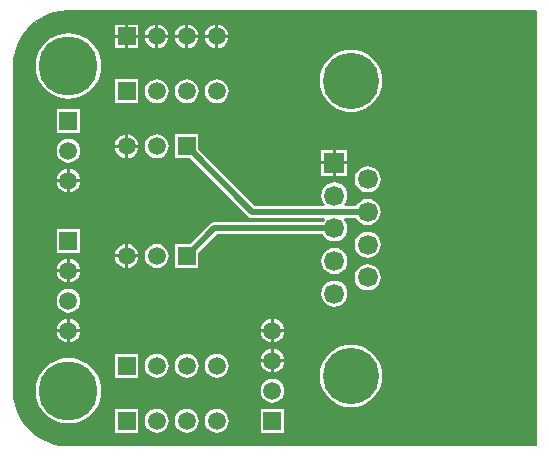
<source format=gbl>
%FSDAX24Y24*%
%MOIN*%
%SFA1B1*%

%IPPOS*%
%ADD15C,0.020000*%
%ADD16C,0.187400*%
%ADD17R,0.066500X0.066500*%
%ADD18C,0.066500*%
%ADD19C,0.059100*%
%ADD20R,0.059100X0.059100*%
%ADD21R,0.059100X0.059100*%
%ADD22C,0.196900*%
%ADD24C,0.010000*%
%ADD26C,0.005000*%
%ADD39C,0.040000*%
%ADD40C,0.080000*%
%LNdistro_layout_b-1*%
%LPD*%
G54D26*
X-000001Y012649D02*
X015570D01*
Y-001822*
X-000001*
X-000007Y-001822*
X-000237Y-001808*
X-000472Y-001761*
X-000698Y-001684*
X-000911Y-001579*
X-001110Y-001447*
X-001289Y-001289*
X-001447Y-001110*
X-001579Y-000911*
X-001684Y-000698*
X-001761Y-000472*
X-001808Y-000237*
X-001822Y-000007*
X-001822Y-000001*
Y010828*
X-001822Y010834*
X-001808Y011064*
X-001761Y011298*
X-001684Y011524*
X-001579Y011738*
X-001447Y011936*
X-001289Y012116*
X-001110Y012274*
X-000911Y012406*
X-000698Y012511*
X-000472Y012588*
X-000237Y012635*
X-000007Y012649*
X-000001Y012649*
G54D24*
X-000005Y012599D02*
X015520D01*
Y-001772*
X-000005*
X-000009Y-001772*
X-000231Y-001758*
X-000459Y-001713*
X-000679Y-001638*
X-000886Y-001535*
X-001080Y-001407*
X-001253Y-001253*
X-001407Y-001080*
X-001535Y-000886*
X-001638Y-000679*
X-001713Y-000459*
X-001758Y-000231*
X-001772Y-000009*
X-001772Y-000005*
Y010832*
X-001772Y010836*
X-001758Y011058*
X-001713Y011285*
X-001638Y011505*
X-001535Y011713*
X-001407Y011906*
X-001253Y012080*
X-001080Y012234*
X-000886Y012362*
X-000679Y012465*
X-000459Y012540*
X-000231Y012585*
X-000009Y012599*
X-000005Y012599*
G54D15*
X-000012Y012499D02*
X015420D01*
Y-001672*
X-000012*
X-000013Y-001672*
X-000218Y-001659*
X-000433Y-001616*
X-000640Y-001546*
X-000836Y-001449*
X-001019Y-001327*
X-001183Y-001183*
X-001327Y-001019*
X-001449Y-000836*
X-001546Y-000640*
X-001616Y-000433*
X-001659Y-000218*
X-001672Y-000013*
X-001672Y-000012*
Y010839*
X-001672Y010840*
X-001659Y011045*
X-001616Y011259*
X-001545Y011466*
X-001449Y011663*
X-001327Y011845*
X-001182Y012010*
X-001019Y012154*
X-000836Y012276*
X-000640Y012373*
X-000433Y012443*
X-000218Y012486*
X-000013Y012499*
X-000012Y012499*
G54D39*
X-000025Y012299D02*
X015220D01*
Y-001472*
X-000025*
X-000020Y-001471*
X-000192Y-001460*
X-000381Y-001422*
X-000563Y-001360*
X-000736Y-001275*
X-000897Y-001168*
X-001041Y-001041*
X-001168Y-000897*
X-001275Y-000736*
X-001360Y-000563*
X-001422Y-000381*
X-001460Y-000192*
X-001471Y-000020*
X-001472Y-000025*
Y010852*
X-001471Y010847*
X-001460Y011019*
X-001423Y011207*
X-001360Y011390*
X-001275Y011563*
X-001168Y011723*
X-001040Y011868*
X-000897Y011995*
X-000736Y012102*
X-000563Y012187*
X-000381Y012249*
X-000192Y012287*
X-000020Y012298*
X-000025Y012299*
G54D40*
X005860Y011899D02*
X014820D01*
Y-001071*
X005860*
X003988Y-001327*
X-000140Y-001062*
X-000278Y-001035*
X-000409Y-000990*
X-000536Y-000928*
X-000652Y-000850*
X-000757Y-000757*
X-000850Y-000652*
X-000928Y-000536*
X-000990Y-000409*
X-001035Y-000278*
X-001062Y-000140*
X-001327Y003988*
X-001072Y005860*
Y004966*
X-001327Y006837*
X-001062Y010967*
X-001035Y011103*
X-000990Y011236*
X-000928Y011363*
X-000850Y011479*
X-000757Y011585*
X-000652Y011677*
X-000536Y011755*
X-000409Y011817*
X-000278Y011862*
X-000140Y011889*
X003988Y012154*
X005860Y011899*
X-000520Y-000920D02*
X014820D01*
X-000920Y-000120D02*
X014820D01*
X-000920Y000680D02*
X014820D01*
X-001120Y001480D02*
X014820D01*
X-001120Y002280D02*
X014820D01*
X-001120Y003080D02*
X014820D01*
X-001120Y003880D02*
X014820D01*
X-001120Y004680D02*
X014820D01*
X-001120Y005480D02*
X014820D01*
X-001120Y006280D02*
X014820D01*
X-001120Y007080D02*
X014820D01*
X-001120Y007880D02*
X014820D01*
X-001120Y008680D02*
X014820D01*
X-001120Y009480D02*
X014820D01*
X-000920Y010280D02*
X014820D01*
X-000920Y011080D02*
X014820D01*
X-000120Y011880D02*
X014820D01*
%LNdistro_layout_b-2*%
%LPC*%
G36*
X008859Y003669D02*
X008746Y003654D01*
X008641Y003610*
X008550Y003541*
X008481Y003450*
X008437Y003345*
X008422Y003232*
X008437Y003119*
X008481Y003014*
X008550Y002924*
X008641Y002854*
X008746Y002811*
X008859Y002796*
X008972Y002811*
X009077Y002854*
X009167Y002924*
X009237Y003014*
X009280Y003119*
X009295Y003232*
X009280Y003345*
X009237Y003450*
X009167Y003541*
X009077Y003610*
X008972Y003654*
X008859Y003669*
G37*
G36*
X000000Y003399D02*
X-000103Y003385D01*
X-000199Y003345*
X-000282Y003282*
X-000345Y003199*
X-000385Y003103*
X-000399Y003000*
X-000385Y002897*
X-000345Y002801*
X-000282Y002718*
X-000199Y002655*
X-000103Y002615*
X000000Y002601*
X000103Y002615*
X000199Y002655*
X000282Y002718*
X000345Y002801*
X000385Y002897*
X000399Y003000*
X000385Y003103*
X000345Y003199*
X000282Y003282*
X000199Y003345*
X000103Y003385*
X000000Y003399*
G37*
G36*
X-000050Y003950D02*
X-000392D01*
X-000385Y003897*
X-000345Y003801*
X-000282Y003718*
X-000199Y003655*
X-000103Y003615*
X-000050Y003608*
Y003950*
G37*
G36*
X009977Y004214D02*
X009864Y004199D01*
X009759Y004155*
X009668Y004086*
X009599Y003996*
X009555Y003891*
X009540Y003778*
X009555Y003665*
X009599Y003559*
X009668Y003469*
X009759Y003400*
X009864Y003356*
X009977Y003341*
X010090Y003356*
X010195Y003400*
X010285Y003469*
X010355Y003559*
X010398Y003665*
X010413Y003778*
X010398Y003891*
X010355Y003996*
X010285Y004086*
X010195Y004155*
X010090Y004199*
X009977Y004214*
G37*
G36*
X006850Y002392D02*
Y002050D01*
X007192*
X007185Y002103*
X007145Y002199*
X007082Y002282*
X006999Y002345*
X006903Y002385*
X006850Y002392*
G37*
G36*
X006750D02*
X006697Y002385D01*
X006601Y002345*
X006518Y002282*
X006455Y002199*
X006415Y002103*
X006408Y002050*
X006750*
Y002392*
G37*
G36*
X007192Y001950D02*
X006850D01*
Y001608*
X006903Y001615*
X006999Y001655*
X007082Y001718*
X007145Y001801*
X007185Y001897*
X007192Y001950*
G37*
G36*
X000050Y002392D02*
Y002050D01*
X000392*
X000385Y002103*
X000345Y002199*
X000282Y002282*
X000199Y002345*
X000103Y002385*
X000050Y002392*
G37*
G36*
X-000050D02*
X-000103Y002385D01*
X-000199Y002345*
X-000282Y002282*
X-000345Y002199*
X-000385Y002103*
X-000392Y002050*
X-000050*
Y002392*
G37*
G36*
X000392Y003950D02*
X000050D01*
Y003608*
X000103Y003615*
X000199Y003655*
X000282Y003718*
X000345Y003801*
X000385Y003897*
X000392Y003950*
G37*
G36*
X009977Y005305D02*
X009864Y005290D01*
X009759Y005246*
X009668Y005177*
X009599Y005086*
X009555Y004981*
X009540Y004868*
X009555Y004755*
X009599Y004650*
X009668Y004560*
X009759Y004490*
X009864Y004447*
X009977Y004432*
X010090Y004447*
X010195Y004490*
X010285Y004560*
X010355Y004650*
X010398Y004755*
X010413Y004868*
X010398Y004981*
X010355Y005086*
X010285Y005177*
X010195Y005246*
X010090Y005290*
X009977Y005305*
G37*
G36*
X002329Y004440D02*
X001987D01*
Y004098*
X002040Y004105*
X002136Y004145*
X002219Y004209*
X002282Y004291*
X002322Y004387*
X002329Y004440*
G37*
G36*
X001987Y004883D02*
Y004540D01*
X002329*
X002322Y004594*
X002282Y004690*
X002219Y004772*
X002136Y004836*
X002040Y004876*
X001987Y004883*
G37*
G36*
X001887D02*
X001834Y004876D01*
X001738Y004836*
X001655Y004772*
X001592Y004690*
X001552Y004594*
X001545Y004540*
X001887*
Y004883*
G37*
G36*
Y004440D02*
X001545D01*
X001552Y004387*
X001592Y004291*
X001655Y004209*
X001738Y004145*
X001834Y004105*
X001887Y004098*
Y004440*
G37*
G36*
X-000050Y004392D02*
X-000103Y004385D01*
X-000199Y004345*
X-000282Y004282*
X-000345Y004199*
X-000385Y004103*
X-000392Y004050*
X-000050*
Y004392*
G37*
G36*
X008859Y004759D02*
X008746Y004744D01*
X008641Y004701*
X008550Y004631*
X008481Y004541*
X008437Y004436*
X008422Y004323*
X008437Y004210*
X008481Y004105*
X008550Y004014*
X008641Y003945*
X008746Y003901*
X008859Y003886*
X008972Y003901*
X009077Y003945*
X009167Y004014*
X009237Y004105*
X009280Y004210*
X009295Y004323*
X009280Y004436*
X009237Y004541*
X009167Y004631*
X009077Y004701*
X008972Y004744*
X008859Y004759*
G37*
G36*
X002937Y004889D02*
X002834Y004876D01*
X002738Y004836*
X002655Y004772*
X002592Y004690*
X002552Y004594*
X002538Y004490*
X002552Y004387*
X002592Y004291*
X002655Y004209*
X002738Y004145*
X002834Y004105*
X002937Y004092*
X003040Y004105*
X003136Y004145*
X003219Y004209*
X003282Y004291*
X003322Y004387*
X003336Y004490*
X003322Y004594*
X003282Y004690*
X003219Y004772*
X003136Y004836*
X003040Y004876*
X002937Y004889*
G37*
G36*
X000050Y004392D02*
Y004050D01*
X000392*
X000385Y004103*
X000345Y004199*
X000282Y004282*
X000199Y004345*
X000103Y004385*
X000050Y004392*
G37*
G36*
X009418Y001534D02*
X009255Y001522D01*
X009096Y001483*
X008946Y001421*
X008806Y001336*
X008682Y001230*
X008576Y001106*
X008491Y000966*
X008429Y000816*
X008390Y000657*
X008378Y000494*
X008390Y000331*
X008429Y000173*
X008491Y000022*
X008576Y-000117*
X008682Y-000241*
X008806Y-000347*
X008946Y-000433*
X009096Y-000495*
X009255Y-000533*
X009418Y-000546*
X009581Y-000533*
X009739Y-000495*
X009890Y-000433*
X010029Y-000347*
X010153Y-000241*
X010259Y-000117*
X010345Y000022*
X010407Y000173*
X010445Y000331*
X010458Y000494*
X010445Y000657*
X010407Y000816*
X010345Y000966*
X010259Y001106*
X010153Y001230*
X010029Y001336*
X009890Y001421*
X009739Y001483*
X009581Y001522*
X009418Y001534*
G37*
G36*
X000000Y001088D02*
X-000170Y001074D01*
X-000336Y001034*
X-000494Y000969*
X-000639Y000880*
X-000769Y000769*
X-000880Y000639*
X-000969Y000494*
X-001034Y000336*
X-001074Y000170*
X-001088Y000000*
X-001074Y-000170*
X-001034Y-000336*
X-000969Y-000494*
X-000880Y-000639*
X-000769Y-000769*
X-000639Y-000880*
X-000494Y-000969*
X-000336Y-001034*
X-000170Y-001074*
X000000Y-001088*
X000170Y-001074*
X000336Y-001034*
X000494Y-000969*
X000639Y-000880*
X000769Y-000769*
X000880Y-000639*
X000969Y-000494*
X001034Y-000336*
X001074Y-000170*
X001088Y000000*
X001074Y000170*
X001034Y000336*
X000969Y000494*
X000880Y000639*
X000769Y000769*
X000639Y000880*
X000494Y000969*
X000336Y001034*
X000170Y001074*
X000000Y001088*
G37*
G36*
X002937Y001229D02*
X002834Y001215D01*
X002738Y001175*
X002655Y001112*
X002592Y001029*
X002552Y000933*
X002538Y000830*
X002552Y000727*
X002592Y000631*
X002655Y000548*
X002738Y000485*
X002834Y000445*
X002937Y000431*
X003040Y000445*
X003136Y000485*
X003219Y000548*
X003282Y000631*
X003322Y000727*
X003336Y000830*
X003322Y000933*
X003282Y001029*
X003219Y001112*
X003136Y001175*
X003040Y001215*
X002937Y001229*
G37*
G36*
X006800Y000399D02*
X006697Y000385D01*
X006601Y000345*
X006518Y000282*
X006455Y000199*
X006415Y000103*
X006401Y000000*
X006415Y-000103*
X006455Y-000199*
X006518Y-000282*
X006601Y-000345*
X006697Y-000385*
X006800Y-000399*
X006903Y-000385*
X006999Y-000345*
X007082Y-000282*
X007145Y-000199*
X007185Y-000103*
X007199Y000000*
X007185Y000103*
X007145Y000199*
X007082Y000282*
X006999Y000345*
X006903Y000385*
X006800Y000399*
G37*
G36*
X007195Y-000605D02*
X006405D01*
Y-001395*
X007195*
Y-000605*
G37*
G36*
X003937Y-000601D02*
X003834Y-000615D01*
X003738Y-000655*
X003655Y-000718*
X003592Y-000801*
X003552Y-000897*
X003538Y-001000*
X003552Y-001103*
X003592Y-001199*
X003655Y-001282*
X003738Y-001345*
X003834Y-001385*
X003937Y-001399*
X004040Y-001385*
X004136Y-001345*
X004219Y-001282*
X004282Y-001199*
X004322Y-001103*
X004336Y-001000*
X004322Y-000897*
X004282Y-000801*
X004219Y-000718*
X004136Y-000655*
X004040Y-000615*
X003937Y-000601*
G37*
G36*
X002937D02*
X002834Y-000615D01*
X002738Y-000655*
X002655Y-000718*
X002592Y-000801*
X002552Y-000897*
X002538Y-001000*
X002552Y-001103*
X002592Y-001199*
X002655Y-001282*
X002738Y-001345*
X002834Y-001385*
X002937Y-001399*
X003040Y-001385*
X003136Y-001345*
X003219Y-001282*
X003282Y-001199*
X003322Y-001103*
X003336Y-001000*
X003322Y-000897*
X003282Y-000801*
X003219Y-000718*
X003136Y-000655*
X003040Y-000615*
X002937Y-000601*
G37*
G36*
X002332Y-000605D02*
X001542D01*
Y-001395*
X002332*
Y-000605*
G37*
G36*
X004937Y-000601D02*
X004834Y-000615D01*
X004738Y-000655*
X004655Y-000718*
X004592Y-000801*
X004552Y-000897*
X004538Y-001000*
X004552Y-001103*
X004592Y-001199*
X004655Y-001282*
X004738Y-001345*
X004834Y-001385*
X004937Y-001399*
X005040Y-001385*
X005136Y-001345*
X005219Y-001282*
X005282Y-001199*
X005322Y-001103*
X005336Y-001000*
X005322Y-000897*
X005282Y-000801*
X005219Y-000718*
X005136Y-000655*
X005040Y-000615*
X004937Y-000601*
G37*
G36*
X003937Y001229D02*
X003834Y001215D01*
X003738Y001175*
X003655Y001112*
X003592Y001029*
X003552Y000933*
X003538Y000830*
X003552Y000727*
X003592Y000631*
X003655Y000548*
X003738Y000485*
X003834Y000445*
X003937Y000431*
X004040Y000445*
X004136Y000485*
X004219Y000548*
X004282Y000631*
X004322Y000727*
X004336Y000830*
X004322Y000933*
X004282Y001029*
X004219Y001112*
X004136Y001175*
X004040Y001215*
X003937Y001229*
G37*
G36*
X006750Y001950D02*
X006408D01*
X006415Y001897*
X006455Y001801*
X006518Y001718*
X006601Y001655*
X006697Y001615*
X006750Y001608*
Y001950*
G37*
G36*
X006850Y001392D02*
Y001050D01*
X007192*
X007185Y001103*
X007145Y001199*
X007082Y001282*
X006999Y001345*
X006903Y001385*
X006850Y001392*
G37*
G36*
X000392Y001950D02*
X000050D01*
Y001608*
X000103Y001615*
X000199Y001655*
X000282Y001718*
X000345Y001801*
X000385Y001897*
X000392Y001950*
G37*
G36*
X-000050D02*
X-000392D01*
X-000385Y001897*
X-000345Y001801*
X-000282Y001718*
X-000199Y001655*
X-000103Y001615*
X-000050Y001608*
Y001950*
G37*
G36*
X006750Y001392D02*
X006697Y001385D01*
X006601Y001345*
X006518Y001282*
X006455Y001199*
X006415Y001103*
X006408Y001050*
X006750*
Y001392*
G37*
G36*
X002332Y001225D02*
X001542D01*
Y000435*
X002332*
Y001225*
G37*
G36*
X004937Y001229D02*
X004834Y001215D01*
X004738Y001175*
X004655Y001112*
X004592Y001029*
X004552Y000933*
X004538Y000830*
X004552Y000727*
X004592Y000631*
X004655Y000548*
X004738Y000485*
X004834Y000445*
X004937Y000431*
X005040Y000445*
X005136Y000485*
X005219Y000548*
X005282Y000631*
X005322Y000727*
X005336Y000830*
X005322Y000933*
X005282Y001029*
X005219Y001112*
X005136Y001175*
X005040Y001215*
X004937Y001229*
G37*
G36*
X007192Y000950D02*
X006850D01*
Y000608*
X006903Y000615*
X006999Y000655*
X007082Y000718*
X007145Y000801*
X007185Y000897*
X007192Y000950*
G37*
G36*
X006750D02*
X006408D01*
X006415Y000897*
X006455Y000801*
X006518Y000718*
X006601Y000655*
X006697Y000615*
X006750Y000608*
Y000950*
G37*
G36*
X000395Y005395D02*
X-000395D01*
Y004605*
X000395*
Y005395*
G37*
G36*
X003329Y011761D02*
X002987D01*
Y011419*
X003040Y011426*
X003136Y011466*
X003219Y011529*
X003282Y011612*
X003322Y011708*
X003329Y011761*
G37*
G36*
X002887D02*
X002545D01*
X002552Y011708*
X002592Y011612*
X002655Y011529*
X002738Y011466*
X002834Y011426*
X002887Y011419*
Y011761*
G37*
G36*
X004329D02*
X003987D01*
Y011419*
X004040Y011426*
X004136Y011466*
X004219Y011529*
X004282Y011612*
X004322Y011708*
X004329Y011761*
G37*
G36*
X003887D02*
X003545D01*
X003552Y011708*
X003592Y011612*
X003655Y011529*
X003738Y011466*
X003834Y011426*
X003887Y011419*
Y011761*
G37*
G36*
X002332D02*
X001987D01*
Y011416*
X002332*
Y011761*
G37*
G36*
Y010376D02*
X001542D01*
Y009586*
X002332*
Y010376*
G37*
G36*
X004937Y010380D02*
X004834Y010366D01*
X004738Y010326*
X004655Y010263*
X004592Y010180*
X004552Y010084*
X004538Y009981*
X004552Y009878*
X004592Y009782*
X004655Y009699*
X004738Y009636*
X004834Y009596*
X004937Y009582*
X005040Y009596*
X005136Y009636*
X005219Y009699*
X005282Y009782*
X005322Y009878*
X005336Y009981*
X005322Y010084*
X005282Y010180*
X005219Y010263*
X005136Y010326*
X005040Y010366*
X004937Y010380*
G37*
G36*
X001887Y011761D02*
X001542D01*
Y011416*
X001887*
Y011761*
G37*
G36*
X000000Y011914D02*
X-000170Y011901D01*
X-000336Y011861*
X-000494Y011796*
X-000639Y011707*
X-000769Y011596*
X-000880Y011466*
X-000969Y011321*
X-001034Y011163*
X-001074Y010997*
X-001088Y010827*
X-001074Y010657*
X-001034Y010491*
X-000969Y010333*
X-000880Y010187*
X-000769Y010058*
X-000639Y009947*
X-000494Y009858*
X-000336Y009792*
X-000170Y009753*
X000000Y009739*
X000170Y009753*
X000336Y009792*
X000494Y009858*
X000639Y009947*
X000769Y010058*
X000880Y010187*
X000969Y010333*
X001034Y010491*
X001074Y010657*
X001088Y010827*
X001074Y010997*
X001034Y011163*
X000969Y011321*
X000880Y011466*
X000769Y011596*
X000639Y011707*
X000494Y011796*
X000336Y011861*
X000170Y011901*
X000000Y011914*
G37*
G36*
X004887Y011761D02*
X004545D01*
X004552Y011708*
X004592Y011612*
X004655Y011529*
X004738Y011466*
X004834Y011426*
X004887Y011419*
Y011761*
G37*
G36*
X003987Y012203D02*
Y011861D01*
X004329*
X004322Y011914*
X004282Y012010*
X004219Y012093*
X004136Y012156*
X004040Y012196*
X003987Y012203*
G37*
G36*
X003887D02*
X003834Y012196D01*
X003738Y012156*
X003655Y012093*
X003592Y012010*
X003552Y011914*
X003545Y011861*
X003887*
Y012203*
G37*
G36*
X004987D02*
Y011861D01*
X005329*
X005322Y011914*
X005282Y012010*
X005219Y012093*
X005136Y012156*
X005040Y012196*
X004987Y012203*
G37*
G36*
X004887D02*
X004834Y012196D01*
X004738Y012156*
X004655Y012093*
X004592Y012010*
X004552Y011914*
X004545Y011861*
X004887*
Y012203*
G37*
G36*
X002987D02*
Y011861D01*
X003329*
X003322Y011914*
X003282Y012010*
X003219Y012093*
X003136Y012156*
X003040Y012196*
X002987Y012203*
G37*
G36*
X001887Y012206D02*
X001542D01*
Y011861*
X001887*
Y012206*
G37*
G36*
X005329Y011761D02*
X004987D01*
Y011419*
X005040Y011426*
X005136Y011466*
X005219Y011529*
X005282Y011612*
X005322Y011708*
X005329Y011761*
G37*
G36*
X002887Y012203D02*
X002834Y012196D01*
X002738Y012156*
X002655Y012093*
X002592Y012010*
X002552Y011914*
X002545Y011861*
X002887*
Y012203*
G37*
G36*
X002332Y012206D02*
X001987D01*
Y011861*
X002332*
Y012206*
G37*
G36*
X003937Y010380D02*
X003834Y010366D01*
X003738Y010326*
X003655Y010263*
X003592Y010180*
X003552Y010084*
X003538Y009981*
X003552Y009878*
X003592Y009782*
X003655Y009699*
X003738Y009636*
X003834Y009596*
X003937Y009582*
X004040Y009596*
X004136Y009636*
X004219Y009699*
X004282Y009782*
X004322Y009878*
X004336Y009981*
X004322Y010084*
X004282Y010180*
X004219Y010263*
X004136Y010326*
X004040Y010366*
X003937Y010380*
G37*
G36*
X008809Y007544D02*
X008426D01*
Y007162*
X008809*
Y007544*
G37*
G36*
X000050Y007392D02*
Y007050D01*
X000392*
X000385Y007103*
X000345Y007199*
X000282Y007282*
X000199Y007345*
X000103Y007385*
X000050Y007392*
G37*
G36*
X000000Y008399D02*
X-000103Y008385D01*
X-000199Y008345*
X-000282Y008282*
X-000345Y008199*
X-000385Y008103*
X-000399Y008000*
X-000385Y007897*
X-000345Y007801*
X-000282Y007718*
X-000199Y007655*
X-000103Y007615*
X000000Y007601*
X000103Y007615*
X000199Y007655*
X000282Y007718*
X000345Y007801*
X000385Y007897*
X000399Y008000*
X000385Y008103*
X000345Y008199*
X000282Y008282*
X000199Y008345*
X000103Y008385*
X000000Y008399*
G37*
G36*
X009291Y007544D02*
X008909D01*
Y007162*
X009291*
Y007544*
G37*
G36*
X-000050Y007392D02*
X-000103Y007385D01*
X-000199Y007345*
X-000282Y007282*
X-000345Y007199*
X-000385Y007103*
X-000392Y007050*
X-000050*
Y007392*
G37*
G36*
Y006950D02*
X-000392D01*
X-000385Y006897*
X-000345Y006801*
X-000282Y006718*
X-000199Y006655*
X-000103Y006615*
X-000050Y006608*
Y006950*
G37*
G36*
X004332Y008546D02*
X003542D01*
Y007755*
X004044*
X005985Y005814*
X006051Y005770*
X006129Y005755*
X008515*
X008537Y005705*
X008481Y005632*
X008475Y005617*
X004860*
X004782Y005602*
X004716Y005558*
X004044Y004886*
X003542*
Y004095*
X004332*
Y004597*
X004944Y005209*
X008475*
X008481Y005195*
X008550Y005105*
X008641Y005035*
X008746Y004992*
X008859Y004977*
X008972Y004992*
X009077Y005035*
X009167Y005105*
X009237Y005195*
X009280Y005300*
X009295Y005413*
X009280Y005526*
X009237Y005632*
X009181Y005705*
X009203Y005755*
X009593*
X009599Y005740*
X009668Y005650*
X009759Y005581*
X009864Y005537*
X009977Y005522*
X010090Y005537*
X010195Y005581*
X010285Y005650*
X010355Y005740*
X010398Y005846*
X010413Y005959*
X010398Y006072*
X010355Y006177*
X010285Y006267*
X010195Y006337*
X010090Y006380*
X009977Y006395*
X009864Y006380*
X009759Y006337*
X009668Y006267*
X009599Y006177*
X009593Y006163*
X009203*
X009181Y006213*
X009237Y006286*
X009280Y006391*
X009295Y006504*
X009280Y006617*
X009237Y006722*
X009167Y006813*
X009077Y006882*
X008972Y006925*
X008859Y006940*
X008746Y006925*
X008641Y006882*
X008550Y006813*
X008481Y006722*
X008437Y006617*
X008422Y006504*
X008437Y006391*
X008481Y006286*
X008537Y006213*
X008515Y006163*
X006214*
X004332Y008044*
Y008546*
G37*
G36*
X009977Y007486D02*
X009864Y007471D01*
X009759Y007427*
X009668Y007358*
X009599Y007267*
X009555Y007162*
X009540Y007049*
X009555Y006936*
X009599Y006831*
X009668Y006741*
X009759Y006671*
X009864Y006628*
X009977Y006613*
X010090Y006628*
X010195Y006671*
X010285Y006741*
X010355Y006831*
X010398Y006936*
X010413Y007049*
X010398Y007162*
X010355Y007267*
X010285Y007358*
X010195Y007427*
X010090Y007471*
X009977Y007486*
G37*
G36*
X000392Y006950D02*
X000050D01*
Y006608*
X000103Y006615*
X000199Y006655*
X000282Y006718*
X000345Y006801*
X000385Y006897*
X000392Y006950*
G37*
G36*
X008809Y008027D02*
X008426D01*
Y007644*
X008809*
Y008027*
G37*
G36*
X000395Y009395D02*
X-000395D01*
Y008605*
X000395*
Y009395*
G37*
G36*
X001987Y008543D02*
Y008201D01*
X002329*
X002322Y008254*
X002282Y008350*
X002219Y008433*
X002136Y008496*
X002040Y008536*
X001987Y008543*
G37*
G36*
X002937Y010380D02*
X002834Y010366D01*
X002738Y010326*
X002655Y010263*
X002592Y010180*
X002552Y010084*
X002538Y009981*
X002552Y009878*
X002592Y009782*
X002655Y009699*
X002738Y009636*
X002834Y009596*
X002937Y009582*
X003040Y009596*
X003136Y009636*
X003219Y009699*
X003282Y009782*
X003322Y009878*
X003336Y009981*
X003322Y010084*
X003282Y010180*
X003219Y010263*
X003136Y010326*
X003040Y010366*
X002937Y010380*
G37*
G36*
X009418Y011373D02*
X009255Y011360D01*
X009096Y011322*
X008946Y011260*
X008806Y011174*
X008682Y011068*
X008576Y010944*
X008491Y010805*
X008429Y010654*
X008390Y010495*
X008378Y010333*
X008390Y010170*
X008429Y010011*
X008491Y009860*
X008576Y009721*
X008682Y009597*
X008806Y009491*
X008946Y009406*
X009096Y009343*
X009255Y009305*
X009418Y009292*
X009581Y009305*
X009739Y009343*
X009890Y009406*
X010029Y009491*
X010153Y009597*
X010259Y009721*
X010345Y009860*
X010407Y010011*
X010445Y010170*
X010458Y010333*
X010445Y010495*
X010407Y010654*
X010345Y010805*
X010259Y010944*
X010153Y011068*
X010029Y011174*
X009890Y011260*
X009739Y011322*
X009581Y011360*
X009418Y011373*
G37*
G36*
X001887Y008543D02*
X001834Y008536D01*
X001738Y008496*
X001655Y008433*
X001592Y008350*
X001552Y008254*
X001545Y008201*
X001887*
Y008543*
G37*
G36*
X002937Y008549D02*
X002834Y008536D01*
X002738Y008496*
X002655Y008433*
X002592Y008350*
X002552Y008254*
X002538Y008151*
X002552Y008048*
X002592Y007951*
X002655Y007869*
X002738Y007805*
X002834Y007766*
X002937Y007752*
X003040Y007766*
X003136Y007805*
X003219Y007869*
X003282Y007951*
X003322Y008048*
X003336Y008151*
X003322Y008254*
X003282Y008350*
X003219Y008433*
X003136Y008496*
X003040Y008536*
X002937Y008549*
G37*
G36*
X009291Y008027D02*
X008909D01*
Y007644*
X009291*
Y008027*
G37*
G36*
X002329Y008101D02*
X001987D01*
Y007759*
X002040Y007766*
X002136Y007805*
X002219Y007869*
X002282Y007951*
X002322Y008048*
X002329Y008101*
G37*
G36*
X001887D02*
X001545D01*
X001552Y008048*
X001592Y007951*
X001655Y007869*
X001738Y007805*
X001834Y007766*
X001887Y007759*
Y008101*
G37*
%LNdistro_layout_b-3*%
%LPD*%
G54D15*
X004860Y005413D02*
X008859D01*
X003937Y004490D02*
X004860Y005413D01*
X006129Y005959D02*
X009977D01*
X003937Y008151D02*
X006129Y005959D01*
G54D16*
X009418Y000494D03*
Y010333D03*
G54D17*
X008859Y007594D03*
G54D18*
X009977Y007049D03*
X008859Y006504D03*
X009977Y005959D03*
X008859Y005413D03*
X009977Y004868D03*
X008859Y004323D03*
X009977Y003778D03*
X008859Y003232D03*
G54D19*
X000000Y002000D03*
Y003000D03*
Y004000D03*
X004937Y000830D03*
X003937D03*
X002937D03*
X004937Y-001000D03*
X003937D03*
X002937D03*
Y008151D03*
X001937D03*
X002937Y004490D03*
X001937D03*
X000000Y008000D03*
Y007000D03*
X004937Y009981D03*
X003937D03*
X002937D03*
X006800Y002000D03*
Y001000D03*
Y000000D03*
X004937Y011811D03*
X003937D03*
X002937D03*
G54D20*
X000000Y005000D03*
Y009000D03*
X006800Y-001000D03*
G54D21*
X001937Y000830D03*
Y-001000D03*
X003937Y008151D03*
Y004490D03*
X001937Y009981D03*
Y011811D03*
G54D22*
X000000Y000000D03*
Y010827D03*
M02*
</source>
